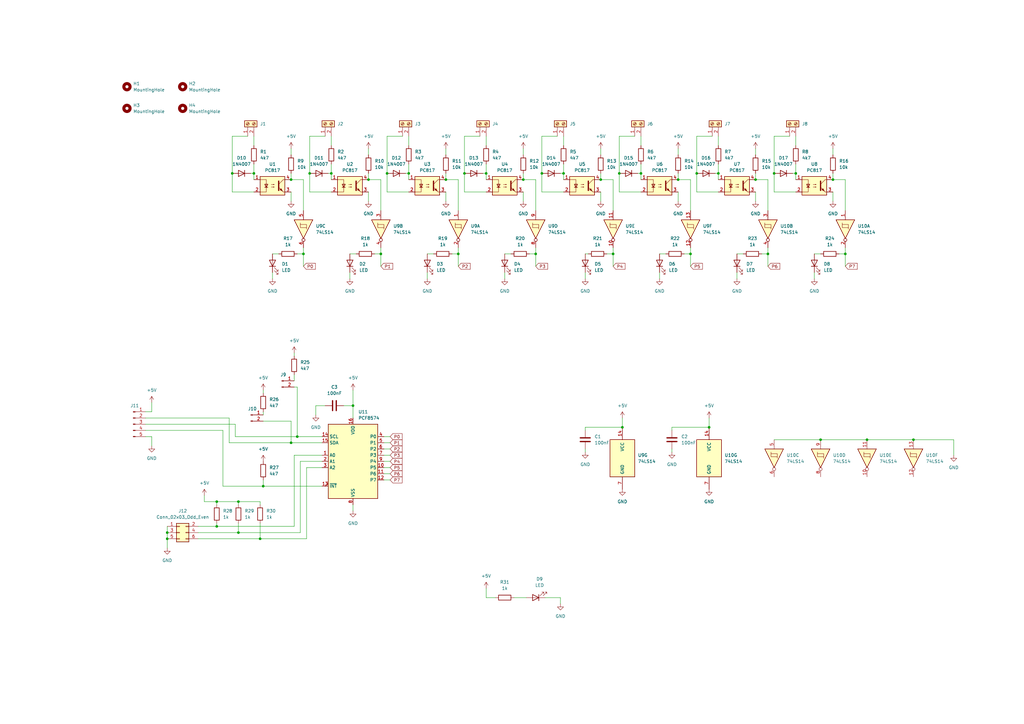
<source format=kicad_sch>
(kicad_sch (version 20231120) (generator "eeschema") (generator_version "8.0")
  (paper "A3")
  (junction (at 222.25 71.12))
  (junction (at 121.92 179.07))
  (junction (at 182.88 73.66))
  (junction (at 278.13 73.66))
  (junction (at 355.6 180.34))
  (junction (at 346.71 104.14))
  (junction (at 374.65 180.34))
  (junction (at 95.25 71.12))
  (junction (at 219.71 104.14))
  (junction (at 251.46 104.14))
  (junction (at 326.39 71.12))
  (junction (at 283.21 104.14))
  (junction (at 104.14 71.12))
  (junction (at 254 71.12))
  (junction (at 119.38 181.61))
  (junction (at 336.55 180.34))
  (junction (at 262.89 71.12))
  (junction (at 106.68 220.98))
  (junction (at 290.83 175.26))
  (junction (at 97.79 218.44))
  (junction (at 127 71.12))
  (junction (at 88.9 205.74))
  (junction (at 199.39 71.12))
  (junction (at 68.58 218.44))
  (junction (at 190.5 71.12))
  (junction (at 231.14 71.12))
  (junction (at 135.89 71.12))
  (junction (at 97.79 205.74))
  (junction (at 246.38 73.66))
  (junction (at 214.63 73.66))
  (junction (at 107.95 199.39))
  (junction (at 317.5 71.12))
  (junction (at 88.9 215.9))
  (junction (at 119.38 73.66))
  (junction (at 144.78 166.37))
  (junction (at 187.96 104.14))
  (junction (at 124.46 104.14))
  (junction (at 167.64 71.12))
  (junction (at 255.27 175.26))
  (junction (at 68.58 220.98))
  (junction (at 158.75 71.12))
  (junction (at 314.96 104.14))
  (junction (at 156.21 104.14))
  (junction (at 294.64 71.12))
  (junction (at 151.13 73.66))
  (junction (at 285.75 71.12))
  (junction (at 341.63 73.66))
  (junction (at 309.88 73.66))
  (wire (pts (xy 199.39 245.11) (xy 203.2 245.11)))
  (wire (pts (xy 228.6 55.88) (xy 222.25 55.88)))
  (wire (pts (xy 140.97 166.37) (xy 144.78 166.37)))
  (wire (pts (xy 157.48 189.23) (xy 160.02 189.23)))
  (wire (pts (xy 119.38 181.61) (xy 132.08 181.61)))
  (wire (pts (xy 68.58 218.44) (xy 68.58 220.98)))
  (wire (pts (xy 88.9 205.74) (xy 88.9 207.01)))
  (wire (pts (xy 219.71 104.14) (xy 219.71 109.22)))
  (wire (pts (xy 229.87 71.12) (xy 231.14 71.12)))
  (wire (pts (xy 262.89 71.12) (xy 262.89 73.66)))
  (wire (pts (xy 144.78 166.37) (xy 144.78 171.45)))
  (wire (pts (xy 59.69 168.91) (xy 62.23 168.91)))
  (wire (pts (xy 278.13 73.66) (xy 283.21 73.66)))
  (wire (pts (xy 214.63 78.74) (xy 214.63 82.55)))
  (wire (pts (xy 314.96 101.6) (xy 314.96 104.14)))
  (wire (pts (xy 127 71.12) (xy 127 55.88)))
  (wire (pts (xy 127 78.74) (xy 135.89 78.74)))
  (wire (pts (xy 121.92 158.75) (xy 121.92 179.07)))
  (wire (pts (xy 346.71 101.6) (xy 346.71 104.14)))
  (wire (pts (xy 182.88 60.96) (xy 182.88 63.5)))
  (wire (pts (xy 341.63 73.66) (xy 346.71 73.66)))
  (wire (pts (xy 317.5 55.88) (xy 317.5 71.12)))
  (wire (pts (xy 156.21 104.14) (xy 156.21 109.22)))
  (wire (pts (xy 119.38 60.96) (xy 119.38 63.5)))
  (wire (pts (xy 231.14 71.12) (xy 231.14 73.66)))
  (wire (pts (xy 240.03 185.42) (xy 240.03 184.15)))
  (wire (pts (xy 336.55 180.34) (xy 355.6 180.34)))
  (wire (pts (xy 93.98 171.45) (xy 93.98 181.61)))
  (wire (pts (xy 229.87 245.11) (xy 229.87 247.65)))
  (wire (pts (xy 96.52 179.07) (xy 121.92 179.07)))
  (wire (pts (xy 285.75 78.74) (xy 294.64 78.74)))
  (wire (pts (xy 309.88 78.74) (xy 309.88 82.55)))
  (wire (pts (xy 120.65 158.75) (xy 121.92 158.75)))
  (wire (pts (xy 182.88 71.12) (xy 182.88 73.66)))
  (wire (pts (xy 59.69 179.07) (xy 62.23 179.07)))
  (wire (pts (xy 106.68 205.74) (xy 106.68 207.01)))
  (wire (pts (xy 223.52 245.11) (xy 229.87 245.11)))
  (wire (pts (xy 97.79 205.74) (xy 97.79 207.01)))
  (wire (pts (xy 278.13 60.96) (xy 278.13 63.5)))
  (wire (pts (xy 106.68 214.63) (xy 106.68 220.98)))
  (wire (pts (xy 132.08 189.23) (xy 123.19 189.23)))
  (wire (pts (xy 107.95 196.85) (xy 107.95 199.39)))
  (wire (pts (xy 96.52 173.99) (xy 59.69 173.99)))
  (wire (pts (xy 326.39 55.88) (xy 326.39 59.69)))
  (wire (pts (xy 280.67 104.14) (xy 283.21 104.14)))
  (wire (pts (xy 275.59 175.26) (xy 290.83 175.26)))
  (wire (pts (xy 207.01 111.76) (xy 207.01 114.3)))
  (wire (pts (xy 157.48 194.31) (xy 160.02 194.31)))
  (wire (pts (xy 107.95 199.39) (xy 91.44 199.39)))
  (wire (pts (xy 290.83 171.45) (xy 290.83 175.26)))
  (wire (pts (xy 129.54 166.37) (xy 129.54 170.18)))
  (wire (pts (xy 251.46 73.66) (xy 251.46 86.36)))
  (wire (pts (xy 254 55.88) (xy 254 71.12)))
  (wire (pts (xy 135.89 55.88) (xy 135.89 59.69)))
  (wire (pts (xy 285.75 71.12) (xy 285.75 78.74)))
  (wire (pts (xy 156.21 73.66) (xy 156.21 86.36)))
  (wire (pts (xy 275.59 185.42) (xy 275.59 184.15)))
  (wire (pts (xy 158.75 55.88) (xy 158.75 71.12)))
  (wire (pts (xy 219.71 101.6) (xy 219.71 104.14)))
  (wire (pts (xy 167.64 71.12) (xy 167.64 73.66)))
  (wire (pts (xy 104.14 67.31) (xy 104.14 71.12)))
  (wire (pts (xy 326.39 67.31) (xy 326.39 71.12)))
  (wire (pts (xy 217.17 104.14) (xy 219.71 104.14)))
  (wire (pts (xy 96.52 179.07) (xy 96.52 173.99)))
  (wire (pts (xy 341.63 71.12) (xy 341.63 73.66)))
  (wire (pts (xy 294.64 67.31) (xy 294.64 71.12)))
  (wire (pts (xy 95.25 78.74) (xy 104.14 78.74)))
  (wire (pts (xy 123.19 189.23) (xy 123.19 218.44)))
  (wire (pts (xy 246.38 60.96) (xy 246.38 63.5)))
  (wire (pts (xy 143.51 111.76) (xy 143.51 114.3)))
  (wire (pts (xy 374.65 180.34) (xy 391.16 180.34)))
  (wire (pts (xy 106.68 220.98) (xy 81.28 220.98)))
  (wire (pts (xy 123.19 218.44) (xy 97.79 218.44)))
  (wire (pts (xy 294.64 59.69) (xy 294.64 55.88)))
  (wire (pts (xy 144.78 160.02) (xy 144.78 166.37)))
  (wire (pts (xy 102.87 71.12) (xy 104.14 71.12)))
  (wire (pts (xy 167.64 59.69) (xy 167.64 55.88)))
  (wire (pts (xy 214.63 60.96) (xy 214.63 63.5)))
  (wire (pts (xy 153.67 104.14) (xy 156.21 104.14)))
  (wire (pts (xy 334.01 111.76) (xy 334.01 114.3)))
  (wire (pts (xy 95.25 71.12) (xy 95.25 55.88)))
  (wire (pts (xy 231.14 55.88) (xy 231.14 59.69)))
  (wire (pts (xy 97.79 218.44) (xy 81.28 218.44)))
  (wire (pts (xy 346.71 104.14) (xy 346.71 109.22)))
  (wire (pts (xy 120.65 153.67) (xy 120.65 156.21)))
  (wire (pts (xy 341.63 78.74) (xy 341.63 82.55)))
  (wire (pts (xy 175.26 104.14) (xy 177.8 104.14)))
  (wire (pts (xy 246.38 71.12) (xy 246.38 73.66)))
  (wire (pts (xy 254 78.74) (xy 262.89 78.74)))
  (wire (pts (xy 119.38 78.74) (xy 119.38 82.55)))
  (wire (pts (xy 120.65 144.78) (xy 120.65 146.05)))
  (wire (pts (xy 182.88 73.66) (xy 187.96 73.66)))
  (wire (pts (xy 219.71 73.66) (xy 219.71 86.36)))
  (wire (pts (xy 127 55.88) (xy 133.35 55.88)))
  (wire (pts (xy 83.82 203.2) (xy 83.82 205.74)))
  (wire (pts (xy 68.58 220.98) (xy 68.58 224.79)))
  (wire (pts (xy 127 78.74) (xy 127 71.12)))
  (wire (pts (xy 107.95 199.39) (xy 132.08 199.39)))
  (wire (pts (xy 222.25 55.88) (xy 222.25 71.12)))
  (wire (pts (xy 190.5 71.12) (xy 190.5 55.88)))
  (wire (pts (xy 240.03 111.76) (xy 240.03 114.3)))
  (wire (pts (xy 88.9 214.63) (xy 88.9 215.9)))
  (wire (pts (xy 275.59 175.26) (xy 275.59 176.53)))
  (wire (pts (xy 157.48 181.61) (xy 160.02 181.61)))
  (wire (pts (xy 190.5 71.12) (xy 190.5 78.74)))
  (wire (pts (xy 309.88 60.96) (xy 309.88 63.5)))
  (wire (pts (xy 121.92 104.14) (xy 124.46 104.14)))
  (wire (pts (xy 133.35 166.37) (xy 129.54 166.37)))
  (wire (pts (xy 121.92 179.07) (xy 132.08 179.07)))
  (wire (pts (xy 187.96 104.14) (xy 187.96 109.22)))
  (wire (pts (xy 222.25 71.12) (xy 222.25 78.74)))
  (wire (pts (xy 175.26 111.76) (xy 175.26 114.3)))
  (wire (pts (xy 317.5 71.12) (xy 317.5 78.74)))
  (wire (pts (xy 251.46 101.6) (xy 251.46 104.14)))
  (wire (pts (xy 119.38 71.12) (xy 119.38 73.66)))
  (wire (pts (xy 120.65 186.69) (xy 120.65 215.9)))
  (wire (pts (xy 157.48 196.85) (xy 160.02 196.85)))
  (wire (pts (xy 151.13 71.12) (xy 151.13 73.66)))
  (wire (pts (xy 302.26 104.14) (xy 304.8 104.14)))
  (wire (pts (xy 97.79 214.63) (xy 97.79 218.44)))
  (wire (pts (xy 260.35 55.88) (xy 254 55.88)))
  (wire (pts (xy 182.88 78.74) (xy 182.88 82.55)))
  (wire (pts (xy 334.01 104.14) (xy 336.55 104.14)))
  (wire (pts (xy 167.64 67.31) (xy 167.64 71.12)))
  (wire (pts (xy 151.13 60.96) (xy 151.13 63.5)))
  (wire (pts (xy 104.14 55.88) (xy 104.14 59.69)))
  (wire (pts (xy 190.5 78.74) (xy 199.39 78.74)))
  (wire (pts (xy 124.46 104.14) (xy 124.46 109.22)))
  (wire (pts (xy 185.42 104.14) (xy 187.96 104.14)))
  (wire (pts (xy 190.5 55.88) (xy 196.85 55.88)))
  (wire (pts (xy 119.38 181.61) (xy 93.98 181.61)))
  (wire (pts (xy 135.89 71.12) (xy 135.89 73.66)))
  (wire (pts (xy 283.21 73.66) (xy 283.21 86.36)))
  (wire (pts (xy 278.13 71.12) (xy 278.13 73.66)))
  (wire (pts (xy 104.14 71.12) (xy 104.14 73.66)))
  (wire (pts (xy 248.92 104.14) (xy 251.46 104.14)))
  (wire (pts (xy 355.6 180.34) (xy 374.65 180.34)))
  (wire (pts (xy 158.75 71.12) (xy 158.75 78.74)))
  (wire (pts (xy 262.89 67.31) (xy 262.89 71.12)))
  (wire (pts (xy 157.48 191.77) (xy 160.02 191.77)))
  (wire (pts (xy 240.03 175.26) (xy 255.27 175.26)))
  (wire (pts (xy 119.38 172.72) (xy 119.38 181.61)))
  (wire (pts (xy 156.21 101.6) (xy 156.21 104.14)))
  (wire (pts (xy 91.44 176.53) (xy 59.69 176.53)))
  (wire (pts (xy 124.46 101.6) (xy 124.46 104.14)))
  (wire (pts (xy 312.42 104.14) (xy 314.96 104.14)))
  (wire (pts (xy 62.23 182.88) (xy 62.23 179.07)))
  (wire (pts (xy 107.95 170.18) (xy 107.95 168.91)))
  (wire (pts (xy 246.38 78.74) (xy 246.38 82.55)))
  (wire (pts (xy 283.21 104.14) (xy 283.21 109.22)))
  (wire (pts (xy 391.16 180.34) (xy 391.16 186.69)))
  (wire (pts (xy 255.27 175.26) (xy 255.27 171.45)))
  (wire (pts (xy 187.96 101.6) (xy 187.96 104.14)))
  (wire (pts (xy 317.5 78.74) (xy 326.39 78.74)))
  (wire (pts (xy 309.88 71.12) (xy 309.88 73.66)))
  (wire (pts (xy 111.76 104.14) (xy 114.3 104.14)))
  (wire (pts (xy 158.75 55.88) (xy 165.1 55.88)))
  (wire (pts (xy 325.12 71.12) (xy 326.39 71.12)))
  (wire (pts (xy 314.96 73.66) (xy 314.96 86.36)))
  (wire (pts (xy 157.48 184.15) (xy 160.02 184.15)))
  (wire (pts (xy 341.63 60.96) (xy 341.63 63.5)))
  (wire (pts (xy 240.03 176.53) (xy 240.03 175.26)))
  (wire (pts (xy 240.03 104.14) (xy 241.3 104.14)))
  (wire (pts (xy 261.62 71.12) (xy 262.89 71.12)))
  (wire (pts (xy 302.26 111.76) (xy 302.26 114.3)))
  (wire (pts (xy 199.39 67.31) (xy 199.39 71.12)))
  (wire (pts (xy 62.23 168.91) (xy 62.23 165.1)))
  (wire (pts (xy 231.14 67.31) (xy 231.14 71.12)))
  (wire (pts (xy 262.89 59.69) (xy 262.89 55.88)))
  (wire (pts (xy 198.12 71.12) (xy 199.39 71.12)))
  (wire (pts (xy 222.25 78.74) (xy 231.14 78.74)))
  (wire (pts (xy 293.37 71.12) (xy 294.64 71.12)))
  (wire (pts (xy 199.39 71.12) (xy 199.39 73.66)))
  (wire (pts (xy 135.89 67.31) (xy 135.89 71.12)))
  (wire (pts (xy 207.01 104.14) (xy 209.55 104.14)))
  (wire (pts (xy 143.51 104.14) (xy 146.05 104.14)))
  (wire (pts (xy 166.37 71.12) (xy 167.64 71.12)))
  (wire (pts (xy 254 71.12) (xy 254 78.74)))
  (wire (pts (xy 344.17 104.14) (xy 346.71 104.14)))
  (wire (pts (xy 59.69 171.45) (xy 93.98 171.45)))
  (wire (pts (xy 278.13 78.74) (xy 278.13 82.55)))
  (wire (pts (xy 294.64 71.12) (xy 294.64 73.66)))
  (wire (pts (xy 157.48 186.69) (xy 160.02 186.69)))
  (wire (pts (xy 97.79 205.74) (xy 106.68 205.74)))
  (wire (pts (xy 158.75 78.74) (xy 167.64 78.74)))
  (wire (pts (xy 119.38 73.66) (xy 124.46 73.66)))
  (wire (pts (xy 187.96 73.66) (xy 187.96 86.36)))
  (wire (pts (xy 214.63 71.12) (xy 214.63 73.66)))
  (wire (pts (xy 120.65 215.9) (xy 88.9 215.9)))
  (wire (pts (xy 199.39 55.88) (xy 199.39 59.69)))
  (wire (pts (xy 251.46 104.14) (xy 251.46 109.22)))
  (wire (pts (xy 210.82 245.11) (xy 215.9 245.11)))
  (wire (pts (xy 95.25 71.12) (xy 95.25 78.74)))
  (wire (pts (xy 107.95 172.72) (xy 119.38 172.72)))
  (wire (pts (xy 91.44 199.39) (xy 91.44 176.53)))
  (wire (pts (xy 132.08 191.77) (xy 125.73 191.77)))
  (wire (pts (xy 246.38 73.66) (xy 251.46 73.66)))
  (wire (pts (xy 346.71 73.66) (xy 346.71 86.36)))
  (wire (pts (xy 125.73 220.98) (xy 106.68 220.98)))
  (wire (pts (xy 124.46 73.66) (xy 124.46 86.36)))
  (wire (pts (xy 270.51 104.14) (xy 273.05 104.14)))
  (wire (pts (xy 111.76 111.76) (xy 111.76 114.3)))
  (wire (pts (xy 83.82 205.74) (xy 88.9 205.74)))
  (wire (pts (xy 88.9 215.9) (xy 81.28 215.9)))
  (wire (pts (xy 326.39 71.12) (xy 326.39 73.66)))
  (wire (pts (xy 317.5 180.34) (xy 336.55 180.34)))
  (wire (pts (xy 314.96 104.14) (xy 314.96 109.22)))
  (wire (pts (xy 95.25 55.88) (xy 101.6 55.88)))
  (wire (pts (xy 68.58 215.9) (xy 68.58 218.44)))
  (wire (pts (xy 214.63 73.66) (xy 219.71 73.66)))
  (wire (pts (xy 309.88 73.66) (xy 314.96 73.66)))
  (wire (pts (xy 132.08 186.69) (xy 120.65 186.69)))
  (wire (pts (xy 151.13 73.66) (xy 156.21 73.66)))
  (wire (pts (xy 323.85 55.88) (xy 317.5 55.88)))
  (wire (pts (xy 283.21 101.6) (xy 283.21 104.14)))
  (wire (pts (xy 125.73 191.77) (xy 125.73 220.98)))
  (wire (pts (xy 199.39 241.3) (xy 199.39 245.11)))
  (wire (pts (xy 285.75 55.88) (xy 285.75 71.12)))
  (wire (pts (xy 157.48 179.07) (xy 160.02 179.07)))
  (wire (pts (xy 88.9 205.74) (xy 97.79 205.74)))
  (wire (pts (xy 292.1 55.88) (xy 285.75 55.88)))
  (wire (pts (xy 270.51 111.76) (xy 270.51 114.3)))
  (wire (pts (xy 151.13 78.74) (xy 151.13 82.55)))
  (wire (pts (xy 144.78 207.01) (xy 144.78 209.55)))
  (wire (pts (xy 134.62 71.12) (xy 135.89 71.12)))
  (wire (pts (xy 107.95 160.02) (xy 107.95 161.29)))
  (global_label "P3" (shape input) (at 219.71 109.22 0) (property "Intersheetrefs" "${INTERSHEET_REFS}" (effects (hide yes))))
  (global_label "P0" (shape input) (at 124.46 109.22 0) (property "Intersheetrefs" "${INTERSHEET_REFS}" (effects (hide yes))))
  (global_label "P0" (shape input) (at 160.02 179.07 0) (property "Intersheetrefs" "${INTERSHEET_REFS}" (effects (hide yes))))
  (global_label "P5" (shape input) (at 160.02 191.77 0) (property "Intersheetrefs" "${INTERSHEET_REFS}" (effects (hide yes))))
  (global_label "P4" (shape input) (at 160.02 189.23 0) (property "Intersheetrefs" "${INTERSHEET_REFS}" (effects (hide yes))))
  (global_label "P2" (shape input) (at 187.96 109.22 0) (property "Intersheetrefs" "${INTERSHEET_REFS}" (effects (hide yes))))
  (global_label "P1" (shape input) (at 160.02 181.61 0) (property "Intersheetrefs" "${INTERSHEET_REFS}" (effects (hide yes))))
  (global_label "P4" (shape input) (at 251.46 109.22 0) (property "Intersheetrefs" "${INTERSHEET_REFS}" (effects (hide yes))))
  (global_label "P1" (shape input) (at 156.21 109.22 0) (property "Intersheetrefs" "${INTERSHEET_REFS}" (effects (hide yes))))
  (global_label "P2" (shape input) (at 160.02 184.15 0) (property "Intersheetrefs" "${INTERSHEET_REFS}" (effects (hide yes))))
  (global_label "P6" (shape input) (at 314.96 109.22 0) (property "Intersheetrefs" "${INTERSHEET_REFS}" (effects (hide yes))))
  (global_label "P5" (shape input) (at 283.21 109.22 0) (property "Intersheetrefs" "${INTERSHEET_REFS}" (effects (hide yes))))
  (global_label "P7" (shape input) (at 346.71 109.22 0) (property "Intersheetrefs" "${INTERSHEET_REFS}" (effects (hide yes))))
  (global_label "P7" (shape input) (at 160.02 196.85 0) (property "Intersheetrefs" "${INTERSHEET_REFS}" (effects (hide yes))))
  (global_label "P6" (shape input) (at 160.02 194.31 0) (property "Intersheetrefs" "${INTERSHEET_REFS}" (effects (hide yes))))
  (global_label "P3" (shape input) (at 160.02 186.69 0) (property "Intersheetrefs" "${INTERSHEET_REFS}" (effects (hide yes))))
  (symbol (lib_id "Connector:Screw_Terminal_01x02") (at 133.35 50.8 90) (unit 1)
    (property "Reference" "J2" (at 138.43 50.8 90) (effects (justify right)))
    (property "Value" "DI1" (effects (hide yes)))
    (property "Footprint" "TerminalBlock:TerminalBlock_bornier-2_P5.08mm" (effects (hide yes)))
  )
  (symbol (lib_id "Device:LED") (at 334.01 107.95 90) (unit 1)
    (property "Reference" "D8" (at 337.82 108.2675 90) (effects (justify right)))
    (property "Value" "LED" (at 337.82 110.8075 90) (effects (justify right)))
    (property "Footprint" "LED_THT:LED_D5.0mm" (effects (hide yes)))
  )
  (symbol (lib_id "74xx:74LS14") (at 156.21 93.98 270) (unit 2)
    (property "Reference" "U9" (at 161.29 92.71 90) (effects (justify left)))
    (property "Value" "74LS14" (at 161.29 95.25 90) (effects (justify left)))
    (property "Footprint" "Package_DIP:DIP-14_W7.62mm_Socket" (effects (hide yes)))
    (property "Datasheet" "http://www.ti.com/lit/gpn/sn74LS14" (effects (hide yes)))
  )
  (symbol (lib_id "power:+5V") (at 120.65 144.78 0) (mirror y) (unit 1)
    (property "Reference" "#PWR025" (effects (hide yes)))
    (property "Value" "+5V" (at 120.65 139.7 0))
  )
  (symbol (lib_id "Device:R") (at 120.65 149.86 180) (unit 1)
    (property "Reference" "R25" (at 123.19 148.59 0) (effects (justify right)))
    (property "Value" "4k7" (at 123.19 151.13 0) (effects (justify right)))
    (property "Footprint" "Resistor_THT:R_Axial_DIN0207_L6.3mm_D2.5mm_P10.16mm_Horizontal" (effects (hide yes)))
  )
  (symbol (lib_id "power:GND") (at 182.88 82.55 0) (unit 1)
    (property "Reference" "#PWR011" (effects (hide yes)))
    (property "Value" "GND" (at 182.88 87.63 0))
  )
  (symbol (lib_id "Device:C") (at 137.16 166.37 270) (unit 1)
    (property "Reference" "C3" (at 137.16 158.75 90))
    (property "Value" "100nF" (at 137.16 161.29 90))
    (property "Footprint" "Capacitor_THT:C_Disc_D6.0mm_W2.5mm_P5.00mm" (effects (hide yes)))
  )
  (symbol (lib_id "power:+5V") (at 278.13 60.96 0) (unit 1)
    (property "Reference" "#PWR06" (effects (hide yes)))
    (property "Value" "+5V" (at 278.13 55.88 0))
  )
  (symbol (lib_id "power:GND") (at 143.51 114.3 0) (unit 1)
    (property "Reference" "#PWR018" (effects (hide yes)))
    (property "Value" "GND" (at 143.51 119.38 0))
  )
  (symbol (lib_id "Device:R") (at 341.63 67.31 0) (unit 1)
    (property "Reference" "R16" (at 344.17 66.04 0) (effects (justify left)))
    (property "Value" "10k" (at 344.17 68.58 0) (effects (justify left)))
    (property "Footprint" "Resistor_THT:R_Axial_DIN0207_L6.3mm_D2.5mm_P10.16mm_Horizontal" (effects (hide yes)))
  )
  (symbol (lib_id "Isolator:PC817") (at 143.51 76.2 0) (unit 1)
    (property "Reference" "U2" (at 143.51 67.31 0))
    (property "Value" "PC817" (at 143.51 69.85 0))
    (property "Footprint" "Package_DIP:DIP-4_W7.62mm" (effects (hide yes)))
    (property "Datasheet" "http://www.soselectronic.cz/a_info/resource/d/pc817.pdf" (effects (hide yes)))
  )
  (symbol (lib_id "Connector:Screw_Terminal_01x02") (at 323.85 50.8 90) (unit 1)
    (property "Reference" "J8" (at 328.93 50.8 90) (effects (justify right)))
    (property "Value" "DI7" (effects (hide yes)))
    (property "Footprint" "TerminalBlock:TerminalBlock_bornier-2_P5.08mm" (effects (hide yes)))
  )
  (symbol (lib_id "Connector:Screw_Terminal_01x02") (at 260.35 50.8 90) (unit 1)
    (property "Reference" "J6" (at 265.43 50.8 90) (effects (justify right)))
    (property "Value" "DI5" (effects (hide yes)))
    (property "Footprint" "TerminalBlock:TerminalBlock_bornier-2_P5.08mm" (effects (hide yes)))
  )
  (symbol (lib_id "power:GND") (at 68.58 224.79 0) (unit 1)
    (property "Reference" "#PWR043" (effects (hide yes)))
    (property "Value" "GND" (at 68.58 229.87 0))
  )
  (symbol (lib_id "power:+5V") (at 107.95 160.02 0) (mirror y) (unit 1)
    (property "Reference" "#PWR028" (effects (hide yes)))
    (property "Value" "+5V" (at 107.95 154.94 0))
  )
  (symbol (lib_id "Device:R") (at 119.38 67.31 0) (unit 1)
    (property "Reference" "R9" (at 121.92 66.04 0) (effects (justify left)))
    (property "Value" "10k" (at 121.92 68.58 0) (effects (justify left)))
    (property "Footprint" "Resistor_THT:R_Axial_DIN0207_L6.3mm_D2.5mm_P10.16mm_Horizontal" (effects (hide yes)))
  )
  (symbol (lib_id "74xx:74LS14") (at 255.27 187.96 0) (unit 7)
    (property "Reference" "U9" (at 261.62 186.69 0) (effects (justify left)))
    (property "Value" "74LS14" (at 261.62 189.23 0) (effects (justify left)))
    (property "Footprint" "Package_DIP:DIP-14_W7.62mm_Socket" (effects (hide yes)))
    (property "Datasheet" "http://www.ti.com/lit/gpn/sn74LS14" (effects (hide yes)))
  )
  (symbol (lib_id "power:+5V") (at 255.27 171.45 0) (unit 1)
    (property "Reference" "#PWR026" (effects (hide yes)))
    (property "Value" "+5V" (at 255.27 166.37 0))
  )
  (symbol (lib_id "Device:R") (at 213.36 104.14 270) (unit 1)
    (property "Reference" "R20" (at 213.36 97.79 90))
    (property "Value" "1k" (at 213.36 100.33 90))
    (property "Footprint" "Resistor_THT:R_Axial_DIN0207_L6.3mm_D2.5mm_P10.16mm_Horizontal" (effects (hide yes)))
  )
  (symbol (lib_id "power:GND") (at 290.83 200.66 0) (unit 1)
    (property "Reference" "#PWR037" (effects (hide yes)))
    (property "Value" "GND" (at 290.83 205.74 0))
  )
  (symbol (lib_id "Device:R") (at 107.95 165.1 180) (unit 1)
    (property "Reference" "R26" (at 110.49 163.83 0) (effects (justify right)))
    (property "Value" "4k7" (at 110.49 166.37 0) (effects (justify right)))
    (property "Footprint" "Resistor_THT:R_Axial_DIN0207_L6.3mm_D2.5mm_P10.16mm_Horizontal" (effects (hide yes)))
  )
  (symbol (lib_id "Device:R") (at 246.38 67.31 0) (unit 1)
    (property "Reference" "R13" (at 248.92 66.04 0) (effects (justify left)))
    (property "Value" "10k" (at 248.92 68.58 0) (effects (justify left)))
    (property "Footprint" "Resistor_THT:R_Axial_DIN0207_L6.3mm_D2.5mm_P10.16mm_Horizontal" (effects (hide yes)))
  )
  (symbol (lib_id "Connector_Generic:Conn_02x03_Odd_Even") (at 73.66 218.44 0) (unit 1)
    (property "Reference" "J12" (at 74.93 209.55 0))
    (property "Value" "Conn_02x03_Odd_Even" (at 74.93 212.09 0))
    (property "Footprint" "Connector_PinHeader_2.54mm:PinHeader_2x03_P2.54mm_Vertical" (effects (hide yes)))
  )
  (symbol (lib_id "power:GND") (at 309.88 82.55 0) (unit 1)
    (property "Reference" "#PWR015" (effects (hide yes)))
    (property "Value" "GND" (at 309.88 87.63 0))
  )
  (symbol (lib_id "Device:C") (at 275.59 180.34 0) (unit 1)
    (property "Reference" "C2" (at 279.4 179.07 0) (effects (justify left)))
    (property "Value" "100nF" (at 279.4 181.61 0) (effects (justify left)))
    (property "Footprint" "Capacitor_THT:C_Disc_D6.0mm_W2.5mm_P5.00mm" (effects (hide yes)))
  )
  (symbol (lib_id "Device:R") (at 149.86 104.14 270) (unit 1)
    (property "Reference" "R18" (at 149.86 97.79 90))
    (property "Value" "1k" (at 149.86 100.33 90))
    (property "Footprint" "Resistor_THT:R_Axial_DIN0207_L6.3mm_D2.5mm_P10.16mm_Horizontal" (effects (hide yes)))
  )
  (symbol (lib_id "power:GND") (at 391.16 186.69 0) (unit 1)
    (property "Reference" "#PWR034" (effects (hide yes)))
    (property "Value" "GND" (at 391.16 191.77 0))
  )
  (symbol (lib_id "power:GND") (at 341.63 82.55 0) (unit 1)
    (property "Reference" "#PWR016" (effects (hide yes)))
    (property "Value" "GND" (at 341.63 87.63 0))
  )
  (symbol (lib_id "Device:R") (at 276.86 104.14 270) (unit 1)
    (property "Reference" "R22" (at 276.86 97.79 90))
    (property "Value" "1k" (at 276.86 100.33 90))
    (property "Footprint" "Resistor_THT:R_Axial_DIN0207_L6.3mm_D2.5mm_P10.16mm_Horizontal" (effects (hide yes)))
  )
  (symbol (lib_id "Mechanical:MountingHole") (at 74.93 44.45 0) (unit 1)
    (property "Reference" "H4" (at 77.47 43.18 0) (effects (justify left)))
    (property "Value" "MountingHole" (at 77.47 45.72 0) (effects (justify left)))
    (property "Footprint" "MountingHole:MountingHole_2.5mm" (effects (hide yes)))
  )
  (symbol (lib_id "Device:LED") (at 111.76 107.95 90) (unit 1)
    (property "Reference" "D1" (at 115.57 108.2675 90) (effects (justify right)))
    (property "Value" "LED" (at 115.57 110.8075 90) (effects (justify right)))
    (property "Footprint" "LED_THT:LED_D5.0mm" (effects (hide yes)))
  )
  (symbol (lib_id "Connector:Conn_01x02_Pin") (at 102.87 170.18 0) (unit 1)
    (property "Reference" "J10" (at 103.505 167.64 0))
    (property "Footprint" "Connector_PinHeader_2.54mm:PinHeader_1x02_P2.54mm_Vertical" (effects (hide yes)))
  )
  (symbol (lib_id "power:+5V") (at 341.63 60.96 0) (unit 1)
    (property "Reference" "#PWR08" (effects (hide yes)))
    (property "Value" "+5V" (at 341.63 55.88 0))
  )
  (symbol (lib_id "74xx:74LS14") (at 124.46 93.98 270) (unit 3)
    (property "Reference" "U9" (at 129.54 92.71 90) (effects (justify left)))
    (property "Value" "74LS14" (at 129.54 95.25 90) (effects (justify left)))
    (property "Footprint" "Package_DIP:DIP-14_W7.62mm_Socket" (effects (hide yes)))
    (property "Datasheet" "http://www.ti.com/lit/gpn/sn74LS14" (effects (hide yes)))
  )
  (symbol (lib_id "Device:R") (at 308.61 104.14 270) (unit 1)
    (property "Reference" "R23" (at 308.61 97.79 90))
    (property "Value" "1k" (at 308.61 100.33 90))
    (property "Footprint" "Resistor_THT:R_Axial_DIN0207_L6.3mm_D2.5mm_P10.16mm_Horizontal" (effects (hide yes)))
  )
  (symbol (lib_id "Isolator:PC817") (at 111.76 76.2 0) (unit 1)
    (property "Reference" "U1" (at 111.76 67.31 0))
    (property "Value" "PC817" (at 111.76 69.85 0))
    (property "Footprint" "Package_DIP:DIP-4_W7.62mm" (effects (hide yes)))
    (property "Datasheet" "http://www.soselectronic.cz/a_info/resource/d/pc817.pdf" (effects (hide yes)))
  )
  (symbol (lib_id "Device:R") (at 135.89 63.5 0) (unit 1)
    (property "Reference" "R2" (at 138.43 62.23 0) (effects (justify left)))
    (property "Value" "4k7" (at 138.43 64.77 0) (effects (justify left)))
    (property "Footprint" "Resistor_THT:R_Axial_DIN0207_L6.3mm_D2.5mm_P10.16mm_Horizontal" (effects (hide yes)))
  )
  (symbol (lib_id "Device:LED") (at 270.51 107.95 90) (unit 1)
    (property "Reference" "D6" (at 274.32 108.2675 90) (effects (justify right)))
    (property "Value" "LED" (at 274.32 110.8075 90) (effects (justify right)))
    (property "Footprint" "LED_THT:LED_D5.0mm" (effects (hide yes)))
  )
  (symbol (lib_id "Device:R") (at 214.63 67.31 0) (unit 1)
    (property "Reference" "R12" (at 217.17 66.04 0) (effects (justify left)))
    (property "Value" "10k" (at 217.17 68.58 0) (effects (justify left)))
    (property "Footprint" "Resistor_THT:R_Axial_DIN0207_L6.3mm_D2.5mm_P10.16mm_Horizontal" (effects (hide yes)))
  )
  (symbol (lib_id "power:+5V") (at 144.78 160.02 0) (unit 1)
    (property "Reference" "#PWR029" (effects (hide yes)))
    (property "Value" "+5V" (at 144.78 154.94 0))
  )
  (symbol (lib_id "power:GND") (at 270.51 114.3 0) (unit 1)
    (property "Reference" "#PWR022" (effects (hide yes)))
    (property "Value" "GND" (at 270.51 119.38 0))
  )
  (symbol (lib_id "Device:R") (at 278.13 67.31 0) (unit 1)
    (property "Reference" "R14" (at 280.67 66.04 0) (effects (justify left)))
    (property "Value" "10k" (at 280.67 68.58 0) (effects (justify left)))
    (property "Footprint" "Resistor_THT:R_Axial_DIN0207_L6.3mm_D2.5mm_P10.16mm_Horizontal" (effects (hide yes)))
  )
  (symbol (lib_id "Device:R") (at 106.68 210.82 180) (unit 1)
    (property "Reference" "R30" (at 109.22 209.55 0) (effects (justify right)))
    (property "Value" "1k" (at 109.22 212.09 0) (effects (justify right)))
    (property "Footprint" "Resistor_THT:R_Axial_DIN0207_L6.3mm_D2.5mm_P10.16mm_Horizontal" (effects (hide yes)))
  )
  (symbol (lib_id "Mechanical:MountingHole") (at 52.07 35.56 0) (unit 1)
    (property "Reference" "H1" (at 54.61 34.29 0) (effects (justify left)))
    (property "Value" "MountingHole" (at 54.61 36.83 0) (effects (justify left)))
    (property "Footprint" "MountingHole:MountingHole_2.5mm" (effects (hide yes)))
  )
  (symbol (lib_id "Device:LED") (at 302.26 107.95 90) (unit 1)
    (property "Reference" "D7" (at 306.07 108.2675 90) (effects (justify right)))
    (property "Value" "LED" (at 306.07 110.8075 90) (effects (justify right)))
    (property "Footprint" "LED_THT:LED_D5.0mm" (effects (hide yes)))
  )
  (symbol (lib_id "Device:R") (at 167.64 63.5 0) (unit 1)
    (property "Reference" "R3" (at 170.18 62.23 0) (effects (justify left)))
    (property "Value" "4k7" (at 170.18 64.77 0) (effects (justify left)))
    (property "Footprint" "Resistor_THT:R_Axial_DIN0207_L6.3mm_D2.5mm_P10.16mm_Horizontal" (effects (hide yes)))
  )
  (symbol (lib_id "74xx:74LS14") (at 219.71 93.98 270) (unit 4)
    (property "Reference" "U9" (at 224.79 92.71 90) (effects (justify left)))
    (property "Value" "74LS14" (at 224.79 95.25 90) (effects (justify left)))
    (property "Footprint" "Package_DIP:DIP-14_W7.62mm_Socket" (effects (hide yes)))
    (property "Datasheet" "http://www.ti.com/lit/gpn/sn74LS14" (effects (hide yes)))
  )
  (symbol (lib_id "power:+5V") (at 246.38 60.96 0) (unit 1)
    (property "Reference" "#PWR05" (effects (hide yes)))
    (property "Value" "+5V" (at 246.38 55.88 0))
  )
  (symbol (lib_id "Device:R") (at 107.95 193.04 0) (unit 1)
    (property "Reference" "R27" (at 110.49 191.77 0) (effects (justify left)))
    (property "Value" "4k7" (at 110.49 194.31 0) (effects (justify left)))
    (property "Footprint" "Resistor_THT:R_Axial_DIN0207_L6.3mm_D2.5mm_P10.16mm_Horizontal" (effects (hide yes)))
  )
  (symbol (lib_id "Isolator:PC817") (at 302.26 76.2 0) (unit 1)
    (property "Reference" "U7" (at 302.26 67.31 0))
    (property "Value" "PC817" (at 302.26 69.85 0))
    (property "Footprint" "Package_DIP:DIP-4_W7.62mm" (effects (hide yes)))
    (property "Datasheet" "http://www.soselectronic.cz/a_info/resource/d/pc817.pdf" (effects (hide yes)))
  )
  (symbol (lib_id "Interface_Expansion:PCF8574") (at 144.78 189.23 0) (unit 1)
    (property "Reference" "U11" (at 146.9741 168.91 0) (effects (justify left)))
    (property "Value" "PCF8574" (at 146.9741 171.45 0) (effects (justify left)))
    (property "Footprint" "Package_DIP:DIP-16_W7.62mm_Socket" (effects (hide yes)))
    (property "Datasheet" "http://www.nxp.com/docs/en/data-sheet/PCF8574_PCF8574A.pdf" (effects (hide yes)))
  )
  (symbol (lib_id "Diode:1N4007") (at 162.56 71.12 180) (unit 1)
    (property "Reference" "D12" (at 162.56 64.77 0))
    (property "Value" "1N4007" (at 162.56 67.31 0))
    (property "Footprint" "Diode_THT:D_DO-41_SOD81_P10.16mm_Horizontal" (effects (hide yes)))
    (property "Datasheet" "http://www.vishay.com/docs/88503/1n4001.pdf" (effects (hide yes)))
    (property "Sim.Device" "D" (effects (hide yes)))
    (property "Sim.Pins" "1=K 2=A" (effects (hide yes)))
  )
  (symbol (lib_id "Diode:1N4007") (at 99.06 71.12 180) (unit 1)
    (property "Reference" "D10" (at 99.06 64.77 0))
    (property "Value" "1N4007" (at 99.06 67.31 0))
    (property "Footprint" "Diode_THT:D_DO-41_SOD81_P10.16mm_Horizontal" (effects (hide yes)))
    (property "Datasheet" "http://www.vishay.com/docs/88503/1n4001.pdf" (effects (hide yes)))
    (property "Sim.Device" "D" (effects (hide yes)))
    (property "Sim.Pins" "1=K 2=A" (effects (hide yes)))
  )
  (symbol (lib_id "power:GND") (at 129.54 170.18 0) (unit 1)
    (property "Reference" "#PWR033" (effects (hide yes)))
    (property "Value" "GND" (at 129.54 175.26 0))
  )
  (symbol (lib_id "power:+5V") (at 151.13 60.96 0) (unit 1)
    (property "Reference" "#PWR02" (effects (hide yes)))
    (property "Value" "+5V" (at 151.13 55.88 0))
  )
  (symbol (lib_id "74xx:74LS14") (at 251.46 93.98 270) (unit 5)
    (property "Reference" "U9" (at 256.54 92.71 90) (effects (justify left)))
    (property "Value" "74LS14" (at 256.54 95.25 90) (effects (justify left)))
    (property "Footprint" "Package_DIP:DIP-14_W7.62mm_Socket" (effects (hide yes)))
    (property "Datasheet" "http://www.ti.com/lit/gpn/sn74LS14" (effects (hide yes)))
  )
  (symbol (lib_id "power:GND") (at 255.27 200.66 0) (unit 1)
    (property "Reference" "#PWR036" (effects (hide yes)))
    (property "Value" "GND" (at 255.27 205.74 0))
  )
  (symbol (lib_id "74xx:74LS14") (at 374.65 187.96 270) (unit 6)
    (property "Reference" "U10" (at 379.73 186.69 90) (effects (justify left)))
    (property "Value" "74LS14" (at 379.73 189.23 90) (effects (justify left)))
    (property "Footprint" "Package_DIP:DIP-14_W7.62mm_Socket" (effects (hide yes)))
    (property "Datasheet" "http://www.ti.com/lit/gpn/sn74LS14" (effects (hide yes)))
  )
  (symbol (lib_id "Device:R") (at 182.88 67.31 0) (unit 1)
    (property "Reference" "R11" (at 185.42 66.04 0) (effects (justify left)))
    (property "Value" "10k" (at 185.42 68.58 0) (effects (justify left)))
    (property "Footprint" "Resistor_THT:R_Axial_DIN0207_L6.3mm_D2.5mm_P10.16mm_Horizontal" (effects (hide yes)))
  )
  (symbol (lib_id "power:GND") (at 240.03 185.42 0) (unit 1)
    (property "Reference" "#PWR031" (effects (hide yes)))
    (property "Value" "GND" (at 240.03 190.5 0))
  )
  (symbol (lib_id "74xx:74LS14") (at 314.96 93.98 270) (unit 2)
    (property "Reference" "U10" (at 320.04 92.71 90) (effects (justify left)))
    (property "Value" "74LS14" (at 320.04 95.25 90) (effects (justify left)))
    (property "Footprint" "Package_DIP:DIP-14_W7.62mm_Socket" (effects (hide yes)))
    (property "Datasheet" "http://www.ti.com/lit/gpn/sn74LS14" (effects (hide yes)))
  )
  (symbol (lib_id "Device:R") (at 309.88 67.31 0) (unit 1)
    (property "Reference" "R15" (at 312.42 66.04 0) (effects (justify left)))
    (property "Value" "10k" (at 312.42 68.58 0) (effects (justify left)))
    (property "Footprint" "Resistor_THT:R_Axial_DIN0207_L6.3mm_D2.5mm_P10.16mm_Horizontal" (effects (hide yes)))
  )
  (symbol (lib_id "Device:LED") (at 207.01 107.95 90) (unit 1)
    (property "Reference" "D4" (at 210.82 108.2675 90) (effects (justify right)))
    (property "Value" "LED" (at 210.82 110.8075 90) (effects (justify right)))
    (property "Footprint" "LED_THT:LED_D5.0mm" (effects (hide yes)))
  )
  (symbol (lib_id "Connector:Conn_01x02_Pin") (at 115.57 156.21 0) (unit 1)
    (property "Reference" "J9" (at 116.205 153.67 0))
    (property "Footprint" "Connector_PinHeader_2.54mm:PinHeader_1x02_P2.54mm_Vertical" (effects (hide yes)))
  )
  (symbol (lib_id "Device:R") (at 97.79 210.82 180) (unit 1)
    (property "Reference" "R29" (at 100.33 209.55 0) (effects (justify right)))
    (property "Value" "1k" (at 100.33 212.09 0) (effects (justify right)))
    (property "Footprint" "Resistor_THT:R_Axial_DIN0207_L6.3mm_D2.5mm_P10.16mm_Horizontal" (effects (hide yes)))
  )
  (symbol (lib_id "power:+5V") (at 214.63 60.96 0) (unit 1)
    (property "Reference" "#PWR04" (effects (hide yes)))
    (property "Value" "+5V" (at 214.63 55.88 0))
  )
  (symbol (lib_id "Device:R") (at 207.01 245.11 90) (unit 1)
    (property "Reference" "R31" (at 207.01 238.76 90))
    (property "Value" "1k" (at 207.01 241.3 90))
    (property "Footprint" "Resistor_THT:R_Axial_DIN0207_L6.3mm_D2.5mm_P10.16mm_Horizontal" (effects (hide yes)))
  )
  (symbol (lib_id "Device:R") (at 151.13 67.31 0) (unit 1)
    (property "Reference" "R10" (at 153.67 66.04 0) (effects (justify left)))
    (property "Value" "10k" (at 153.67 68.58 0) (effects (justify left)))
    (property "Footprint" "Resistor_THT:R_Axial_DIN0207_L6.3mm_D2.5mm_P10.16mm_Horizontal" (effects (hide yes)))
  )
  (symbol (lib_id "Connector:Conn_01x05_Pin") (at 54.61 173.99 0) (unit 1)
    (property "Reference" "J11" (at 55.245 166.37 0))
    (property "Footprint" "Connector_PinHeader_2.54mm:PinHeader_1x05_P2.54mm_Vertical" (effects (hide yes)))
  )
  (symbol (lib_id "power:+5V") (at 290.83 171.45 0) (unit 1)
    (property "Reference" "#PWR027" (effects (hide yes)))
    (property "Value" "+5V" (at 290.83 166.37 0))
  )
  (symbol (lib_id "power:GND") (at 246.38 82.55 0) (unit 1)
    (property "Reference" "#PWR013" (effects (hide yes)))
    (property "Value" "GND" (at 246.38 87.63 0))
  )
  (symbol (lib_id "Device:C") (at 240.03 180.34 0) (unit 1)
    (property "Reference" "C1" (at 243.84 179.07 0) (effects (justify left)))
    (property "Value" "100nF" (at 243.84 181.61 0) (effects (justify left)))
    (property "Footprint" "Capacitor_THT:C_Disc_D6.0mm_W2.5mm_P5.00mm" (effects (hide yes)))
  )
  (symbol (lib_id "power:GND") (at 229.87 247.65 0) (unit 1)
    (property "Reference" "#PWR042" (effects (hide yes)))
    (property "Value" "GND" (at 229.87 252.73 0))
  )
  (symbol (lib_id "power:GND") (at 62.23 182.88 0) (unit 1)
    (property "Reference" "#PWR035" (effects (hide yes)))
    (property "Value" "GND" (at 62.23 187.96 0))
  )
  (symbol (lib_id "power:+5V") (at 83.82 203.2 0) (mirror y) (unit 1)
    (property "Reference" "#PWR039" (effects (hide yes)))
    (property "Value" "+5V" (at 83.82 198.12 0))
  )
  (symbol (lib_id "Diode:1N4007") (at 289.56 71.12 180) (unit 1)
    (property "Reference" "D16" (at 289.56 64.77 0))
    (property "Value" "1N4007" (at 289.56 67.31 0))
    (property "Footprint" "Diode_THT:D_DO-41_SOD81_P10.16mm_Horizontal" (effects (hide yes)))
    (property "Datasheet" "http://www.vishay.com/docs/88503/1n4001.pdf" (effects (hide yes)))
    (property "Sim.Device" "D" (effects (hide yes)))
    (property "Sim.Pins" "1=K 2=A" (effects (hide yes)))
  )
  (symbol (lib_id "Connector:Screw_Terminal_01x02") (at 228.6 50.8 90) (unit 1)
    (property "Reference" "J5" (at 233.68 50.8 90) (effects (justify right)))
    (property "Value" "DI4" (effects (hide yes)))
    (property "Footprint" "TerminalBlock:TerminalBlock_bornier-2_P5.08mm" (effects (hide yes)))
  )
  (symbol (lib_id "Mechanical:MountingHole") (at 52.07 44.45 0) (unit 1)
    (property "Reference" "H3" (at 54.61 43.18 0) (effects (justify left)))
    (property "Value" "MountingHole" (at 54.61 45.72 0) (effects (justify left)))
    (property "Footprint" "MountingHole:MountingHole_2.5mm" (effects (hide yes)))
  )
  (symbol (lib_id "power:+5V") (at 309.88 60.96 0) (unit 1)
    (property "Reference" "#PWR07" (effects (hide yes)))
    (property "Value" "+5V" (at 309.88 55.88 0))
  )
  (symbol (lib_id "Device:R") (at 88.9 210.82 180) (unit 1)
    (property "Reference" "R28" (at 91.44 209.55 0) (effects (justify right)))
    (property "Value" "1k" (at 91.44 212.09 0) (effects (justify right)))
    (property "Footprint" "Resistor_THT:R_Axial_DIN0207_L6.3mm_D2.5mm_P10.16mm_Horizontal" (effects (hide yes)))
  )
  (symbol (lib_id "74xx:74LS14") (at 283.21 93.98 270) (unit 6)
    (property "Reference" "U9" (at 288.29 92.71 90) (effects (justify left)))
    (property "Value" "74LS14" (at 288.29 95.25 90) (effects (justify left)))
    (property "Footprint" "Package_DIP:DIP-14_W7.62mm_Socket" (effects (hide yes)))
    (property "Datasheet" "http://www.ti.com/lit/gpn/sn74LS14" (effects (hide yes)))
  )
  (symbol (lib_id "Isolator:PC817") (at 238.76 76.2 0) (unit 1)
    (property "Reference" "U5" (at 238.76 67.31 0))
    (property "Value" "PC817" (at 238.76 69.85 0))
    (property "Footprint" "Package_DIP:DIP-4_W7.62mm" (effects (hide yes)))
    (property "Datasheet" "http://www.soselectronic.cz/a_info/resource/d/pc817.pdf" (effects (hide yes)))
  )
  (symbol (lib_id "74xx:74LS14") (at 336.55 187.96 270) (unit 4)
    (property "Reference" "U10" (at 341.63 186.69 90) (effects (justify left)))
    (property "Value" "74LS14" (at 341.63 189.23 90) (effects (justify left)))
    (property "Footprint" "Package_DIP:DIP-14_W7.62mm_Socket" (effects (hide yes)))
    (property "Datasheet" "http://www.ti.com/lit/gpn/sn74LS14" (effects (hide yes)))
  )
  (symbol (lib_id "power:GND") (at 302.26 114.3 0) (unit 1)
    (property "Reference" "#PWR023" (effects (hide yes)))
    (property "Value" "GND" (at 302.26 119.38 0))
  )
  (symbol (lib_id "Diode:1N4007") (at 130.81 71.12 180) (unit 1)
    (property "Reference" "D11" (at 130.81 64.77 0))
    (property "Value" "1N4007" (at 130.81 67.31 0))
    (property "Footprint" "Diode_THT:D_DO-41_SOD81_P10.16mm_Horizontal" (effects (hide yes)))
    (property "Datasheet" "http://www.vishay.com/docs/88503/1n4001.pdf" (effects (hide yes)))
    (property "Sim.Device" "D" (effects (hide yes)))
    (property "Sim.Pins" "1=K 2=A" (effects (hide yes)))
  )
  (symbol (lib_id "Device:R") (at 294.64 63.5 0) (unit 1)
    (property "Reference" "R7" (at 297.18 62.23 0) (effects (justify left)))
    (property "Value" "4k7" (at 297.18 64.77 0) (effects (justify left)))
    (property "Footprint" "Resistor_THT:R_Axial_DIN0207_L6.3mm_D2.5mm_P10.16mm_Horizontal" (effects (hide yes)))
  )
  (symbol (lib_id "power:+5V") (at 182.88 60.96 0) (unit 1)
    (property "Reference" "#PWR03" (effects (hide yes)))
    (property "Value" "+5V" (at 182.88 55.88 0))
  )
  (symbol (lib_id "74xx:74LS14") (at 187.96 93.98 270) (unit 1)
    (property "Reference" "U9" (at 193.04 92.71 90) (effects (justify left)))
    (property "Value" "74LS14" (at 193.04 95.25 90) (effects (justify left)))
    (property "Footprint" "Package_DIP:DIP-14_W7.62mm_Socket" (effects (hide yes)))
    (property "Datasheet" "http://www.ti.com/lit/gpn/sn74LS14" (effects (hide yes)))
  )
  (symbol (lib_id "Device:R") (at 104.14 63.5 0) (unit 1)
    (property "Reference" "R1" (at 106.68 62.23 0) (effects (justify left)))
    (property "Value" "4k7" (at 106.68 64.77 0) (effects (justify left)))
    (property "Footprint" "Resistor_THT:R_Axial_DIN0207_L6.3mm_D2.5mm_P10.16mm_Horizontal" (effects (hide yes)))
  )
  (symbol (lib_id "Mechanical:MountingHole") (at 74.93 35.56 0) (unit 1)
    (property "Reference" "H2" (at 77.47 34.29 0) (effects (justify left)))
    (property "Value" "MountingHole" (at 77.47 36.83 0) (effects (justify left)))
    (property "Footprint" "MountingHole:MountingHole_2.5mm" (effects (hide yes)))
  )
  (symbol (lib_id "Connector:Screw_Terminal_01x02") (at 292.1 50.8 90) (unit 1)
    (property "Reference" "J7" (at 297.18 50.8 90) (effects (justify right)))
    (property "Value" "DI6" (effects (hide yes)))
    (property "Footprint" "TerminalBlock:TerminalBlock_bornier-2_P5.08mm" (effects (hide yes)))
  )
  (symbol (lib_id "power:GND") (at 111.76 114.3 0) (unit 1)
    (property "Reference" "#PWR017" (effects (hide yes)))
    (property "Value" "GND" (at 111.76 119.38 0))
  )
  (symbol (lib_id "power:+5V") (at 199.39 241.3 0) (unit 1)
    (property "Reference" "#PWR041" (effects (hide yes)))
    (property "Value" "+5V" (at 199.39 236.22 0))
  )
  (symbol (lib_id "Device:R") (at 118.11 104.14 270) (unit 1)
    (property "Reference" "R17" (at 118.11 97.79 90))
    (property "Value" "1k" (at 118.11 100.33 90))
    (property "Footprint" "Resistor_THT:R_Axial_DIN0207_L6.3mm_D2.5mm_P10.16mm_Horizontal" (effects (hide yes)))
  )
  (symbol (lib_id "power:GND") (at 275.59 185.42 0) (unit 1)
    (property "Reference" "#PWR032" (effects (hide yes)))
    (property "Value" "GND" (at 275.59 190.5 0))
  )
  (symbol (lib_id "Device:LED") (at 219.71 245.11 180) (unit 1)
    (property "Reference" "D9" (at 221.2975 237.49 0))
    (property "Value" "LED" (at 221.2975 240.03 0))
    (property "Footprint" "LED_THT:LED_D5.0mm" (effects (hide yes)))
  )
  (symbol (lib_id "power:GND") (at 207.01 114.3 0) (unit 1)
    (property "Reference" "#PWR020" (effects (hide yes)))
    (property "Value" "GND" (at 207.01 119.38 0))
  )
  (symbol (lib_id "Device:R") (at 340.36 104.14 270) (unit 1)
    (property "Reference" "R24" (at 340.36 97.79 90))
    (property "Value" "1k" (at 340.36 100.33 90))
    (property "Footprint" "Resistor_THT:R_Axial_DIN0207_L6.3mm_D2.5mm_P10.16mm_Horizontal" (effects (hide yes)))
  )
  (symbol (lib_id "Device:LED") (at 143.51 107.95 90) (unit 1)
    (property "Reference" "D2" (at 147.32 108.2675 90) (effects (justify right)))
    (property "Value" "LED" (at 147.32 110.8075 90) (effects (justify right)))
    (property "Footprint" "LED_THT:LED_D5.0mm" (effects (hide yes)))
  )
  (symbol (lib_id "Connector:Screw_Terminal_01x02") (at 101.6 50.8 90) (unit 1)
    (property "Reference" "J1" (at 106.68 50.8 90) (effects (justify right)))
    (property "Value" "DI0" (effects (hide yes)))
    (property "Footprint" "TerminalBlock:TerminalBlock_bornier-2_P5.08mm" (effects (hide yes)))
  )
  (symbol (lib_id "Diode:1N4007") (at 257.81 71.12 180) (unit 1)
    (property "Reference" "D15" (at 257.81 64.77 0))
    (property "Value" "1N4007" (at 257.81 67.31 0))
    (property "Footprint" "Diode_THT:D_DO-41_SOD81_P10.16mm_Horizontal" (effects (hide yes)))
    (property "Datasheet" "http://www.vishay.com/docs/88503/1n4001.pdf" (effects (hide yes)))
    (property "Sim.Device" "D" (effects (hide yes)))
    (property "Sim.Pins" "1=K 2=A" (effects (hide yes)))
  )
  (symbol (lib_id "Diode:1N4007") (at 321.31 71.12 180) (unit 1)
    (property "Reference" "D17" (at 321.31 64.77 0))
    (property "Value" "1N4007" (at 321.31 67.31 0))
    (property "Footprint" "Diode_THT:D_DO-41_SOD81_P10.16mm_Horizontal" (effects (hide yes)))
    (property "Datasheet" "http://www.vishay.com/docs/88503/1n4001.pdf" (effects (hide yes)))
    (property "Sim.Device" "D" (effects (hide yes)))
    (property "Sim.Pins" "1=K 2=A" (effects (hide yes)))
  )
  (symbol (lib_id "Isolator:PC817") (at 334.01 76.2 0) (unit 1)
    (property "Reference" "U8" (at 334.01 67.31 0))
    (property "Value" "PC817" (at 334.01 69.85 0))
    (property "Footprint" "Package_DIP:DIP-4_W7.62mm" (effects (hide yes)))
    (property "Datasheet" "http://www.soselectronic.cz/a_info/resource/d/pc817.pdf" (effects (hide yes)))
  )
  (symbol (lib_id "power:+5V") (at 107.95 189.23 0) (mirror y) (unit 1)
    (property "Reference" "#PWR038" (effects (hide yes)))
    (property "Value" "+5V" (at 107.95 184.15 0))
  )
  (symbol (lib_id "power:GND") (at 278.13 82.55 0) (unit 1)
    (property "Reference" "#PWR014" (effects (hide yes)))
    (property "Value" "GND" (at 278.13 87.63 0))
  )
  (symbol (lib_id "power:GND") (at 151.13 82.55 0) (unit 1)
    (property "Reference" "#PWR010" (effects (hide yes)))
    (property "Value" "GND" (at 151.13 87.63 0))
  )
  (symbol (lib_id "power:GND") (at 144.78 209.55 0) (unit 1)
    (property "Reference" "#PWR040" (effects (hide yes)))
    (property "Value" "GND" (at 144.78 214.63 0))
  )
  (symbol (lib_id "power:+5V") (at 62.23 165.1 0) (mirror y) (unit 1)
    (property "Reference" "#PWR030" (effects (hide yes)))
    (property "Value" "+5V" (at 62.23 160.02 0))
  )
  (symbol (lib_id "Device:LED") (at 240.03 107.95 90) (unit 1)
    (property "Reference" "D5" (at 243.84 108.2675 90) (effects (justify right)))
    (property "Value" "LED" (at 243.84 110.8075 90) (effects (justify right)))
    (property "Footprint" "LED_THT:LED_D5.0mm" (effects (hide yes)))
  )
  (symbol (lib_id "Isolator:PC817") (at 207.01 76.2 0) (unit 1)
    (property "Reference" "U4" (at 207.01 67.31 0))
    (property "Value" "PC817" (at 207.01 69.85 0))
    (property "Footprint" "Package_DIP:DIP-4_W7.62mm" (effects (hide yes)))
    (property "Datasheet" "http://www.soselectronic.cz/a_info/resource/d/pc817.pdf" (effects (hide yes)))
  )
  (symbol (lib_id "74xx:74LS14") (at 346.71 93.98 270) (unit 1)
    (property "Reference" "U10" (at 351.79 92.71 90) (effects (justify left)))
    (property "Value" "74LS14" (at 351.79 95.25 90) (effects (justify left)))
    (property "Footprint" "Package_DIP:DIP-14_W7.62mm_Socket" (effects (hide yes)))
    (property "Datasheet" "http://www.ti.com/lit/gpn/sn74LS14" (effects (hide yes)))
  )
  (symbol (lib_id "Device:R") (at 245.11 104.14 270) (unit 1)
    (property "Reference" "R21" (at 245.11 97.79 90))
    (property "Value" "1k" (at 245.11 100.33 90))
    (property "Footprint" "Resistor_THT:R_Axial_DIN0207_L6.3mm_D2.5mm_P10.16mm_Horizontal" (effects (hide yes)))
  )
  (symbol (lib_id "Diode:1N4007") (at 194.31 71.12 180) (unit 1)
    (property "Reference" "D13" (at 194.31 64.77 0))
    (property "Value" "1N4007" (at 194.31 67.31 0))
    (property "Footprint" "Diode_THT:D_DO-41_SOD81_P10.16mm_Horizontal" (effects (hide yes)))
    (property "Datasheet" "http://www.vishay.com/docs/88503/1n4001.pdf" (effects (hide yes)))
    (property "Sim.Device" "D" (effects (hide yes)))
    (property "Sim.Pins" "1=K 2=A" (effects (hide yes)))
  )
  (symbol (lib_id "74xx:74LS14") (at 317.5 187.96 270) (unit 3)
    (property "Reference" "U10" (at 322.58 186.69 90) (effects (justify left)))
    (property "Value" "74LS14" (at 322.58 189.23 90) (effects (justify left)))
    (property "Footprint" "Package_DIP:DIP-14_W7.62mm_Socket" (effects (hide yes)))
    (property "Datasheet" "http://www.ti.com/lit/gpn/sn74LS14" (effects (hide yes)))
  )
  (symbol (lib_id "power:+5V") (at 119.38 60.96 0) (unit 1)
    (property "Reference" "#PWR01" (effects (hide yes)))
    (property "Value" "+5V" (at 119.38 55.88 0))
  )
  (symbol (lib_id "Connector:Screw_Terminal_01x02") (at 196.85 50.8 90) (unit 1)
    (property "Reference" "J4" (at 201.93 50.8 90) (effects (justify right)))
    (property "Value" "DI3" (effects (hide yes)))
    (property "Footprint" "TerminalBlock:TerminalBlock_bornier-2_P5.08mm" (effects (hide yes)))
  )
  (symbol (lib_id "power:GND") (at 175.26 114.3 0) (unit 1)
    (property "Reference" "#PWR019" (effects (hide yes)))
    (property "Value" "GND" (at 175.26 119.38 0))
  )
  (symbol (lib_id "power:GND") (at 214.63 82.55 0) (unit 1)
    (property "Reference" "#PWR012" (effects (hide yes)))
    (property "Value" "GND" (at 214.63 87.63 0))
  )
  (symbol (lib_id "Device:R") (at 181.61 104.14 270) (unit 1)
    (property "Reference" "R19" (at 181.61 97.79 90))
    (property "Value" "1k" (at 181.61 100.33 90))
    (property "Footprint" "Resistor_THT:R_Axial_DIN0207_L6.3mm_D2.5mm_P10.16mm_Horizontal" (effects (hide yes)))
  )
  (symbol (lib_id "power:GND") (at 119.38 82.55 0) (unit 1)
    (property "Reference" "#PWR09" (effects (hide yes)))
    (property "Value" "GND" (at 119.38 87.63 0))
  )
  (symbol (lib_id "Device:R") (at 231.14 63.5 0) (unit 1)
    (property "Reference" "R5" (at 233.68 62.23 0) (effects (justify left)))
    (property "Value" "4k7" (at 233.68 64.77 0) (effects (justify left)))
    (property "Footprint" "Resistor_THT:R_Axial_DIN0207_L6.3mm_D2.5mm_P10.16mm_Horizontal" (effects (hide yes)))
  )
  (symbol (lib_id "Diode:1N4007") (at 226.06 71.12 180) (unit 1)
    (property "Reference" "D14" (at 226.06 64.77 0))
    (property "Value" "1N4007" (at 226.06 67.31 0))
    (property "Footprint" "Diode_THT:D_DO-41_SOD81_P10.16mm_Horizontal" (effects (hide yes)))
    (property "Datasheet" "http://www.vishay.com/docs/88503/1n4001.pdf" (effects (hide yes)))
    (property "Sim.Device" "D" (effects (hide yes)))
    (property "Sim.Pins" "1=K 2=A" (effects (hide yes)))
  )
  (symbol (lib_id "74xx:74LS14") (at 290.83 187.96 0) (unit 7)
    (property "Reference" "U10" (at 297.18 186.69 0) (effects (justify left)))
    (property "Value" "74LS14" (at 297.18 189.23 0) (effects (justify left)))
    (property "Footprint" "Package_DIP:DIP-14_W7.62mm_Socket" (effects (hide yes)))
    (property "Datasheet" "http://www.ti.com/lit/gpn/sn74LS14" (effects (hide yes)))
  )
  (symbol (lib_id "74xx:74LS14") (at 355.6 187.96 270) (unit 5)
    (property "Reference" "U10" (at 360.68 186.69 90) (effects (justify left)))
    (property "Value" "74LS14" (at 360.68 189.23 90) (effects (justify left)))
    (property "Footprint" "Package_DIP:DIP-14_W7.62mm_Socket" (effects (hide yes)))
    (property "Datasheet" "http://www.ti.com/lit/gpn/sn74LS14" (effects (hide yes)))
  )
  (symbol (lib_id "Device:R") (at 262.89 63.5 0) (unit 1)
    (property "Reference" "R6" (at 265.43 62.23 0) (effects (justify left)))
    (property "Value" "4k7" (at 265.43 64.77 0) (effects (justify left)))
    (property "Footprint" "Resistor_THT:R_Axial_DIN0207_L6.3mm_D2.5mm_P10.16mm_Horizontal" (effects (hide yes)))
  )
  (symbol (lib_id "power:GND") (at 334.01 114.3 0) (unit 1)
    (property "Reference" "#PWR024" (effects (hide yes)))
    (property "Value" "GND" (at 334.01 119.38 0))
  )
  (symbol (lib_id "Device:R") (at 199.39 63.5 0) (unit 1)
    (property "Reference" "R4" (at 201.93 62.23 0) (effects (justify left)))
    (property "Value" "4k7" (at 201.93 64.77 0) (effects (justify left)))
    (property "Footprint" "Resistor_THT:R_Axial_DIN0207_L6.3mm_D2.5mm_P10.16mm_Horizontal" (effects (hide yes)))
  )
  (symbol (lib_id "Connector:Screw_Terminal_01x02") (at 165.1 50.8 90) (unit 1)
    (property "Reference" "J3" (at 170.18 50.8 90) (effects (justify right)))
    (property "Value" "DI2" (effects (hide yes)))
    (property "Footprint" "TerminalBlock:TerminalBlock_bornier-2_P5.08mm" (effects (hide yes)))
  )
  (symbol (lib_id "Device:R") (at 326.39 63.5 0) (unit 1)
    (property "Reference" "R8" (at 328.93 62.23 0) (effects (justify left)))
    (property "Value" "4k7" (at 328.93 64.77 0) (effects (justify left)))
    (property "Footprint" "Resistor_THT:R_Axial_DIN0207_L6.3mm_D2.5mm_P10.16mm_Horizontal" (effects (hide yes)))
  )
  (symbol (lib_id "power:GND") (at 240.03 114.3 0) (unit 1)
    (property "Reference" "#PWR021" (effects (hide yes)))
    (property "Value" "GND" (at 240.03 119.38 0))
  )
  (symbol (lib_id "Isolator:PC817") (at 270.51 76.2 0) (unit 1)
    (property "Reference" "U6" (at 270.51 67.31 0))
    (property "Value" "PC817" (at 270.51 69.85 0))
    (property "Footprint" "Package_DIP:DIP-4_W7.62mm" (effects (hide yes)))
    (property "Datasheet" "http://www.soselectronic.cz/a_info/resource/d/pc817.pdf" (effects (hide yes)))
  )
  (symbol (lib_id "Device:LED") (at 175.26 107.95 90) (unit 1)
    (property "Reference" "D3" (at 179.07 108.2675 90) (effects (justify right)))
    (property "Value" "LED" (at 179.07 110.8075 90) (effects (justify right)))
    (property "Footprint" "LED_THT:LED_D5.0mm" (effects (hide yes)))
  )
  (symbol (lib_id "Isolator:PC817") (at 175.26 76.2 0) (unit 1)
    (property "Reference" "U3" (at 175.26 67.31 0))
    (property "Value" "PC817" (at 175.26 69.85 0))
    (property "Footprint" "Package_DIP:DIP-4_W7.62mm" (effects (hide yes)))
    (property "Datasheet" "http://www.soselectronic.cz/a_info/resource/d/pc817.pdf" (effects (hide yes)))
  )
)
</source>
